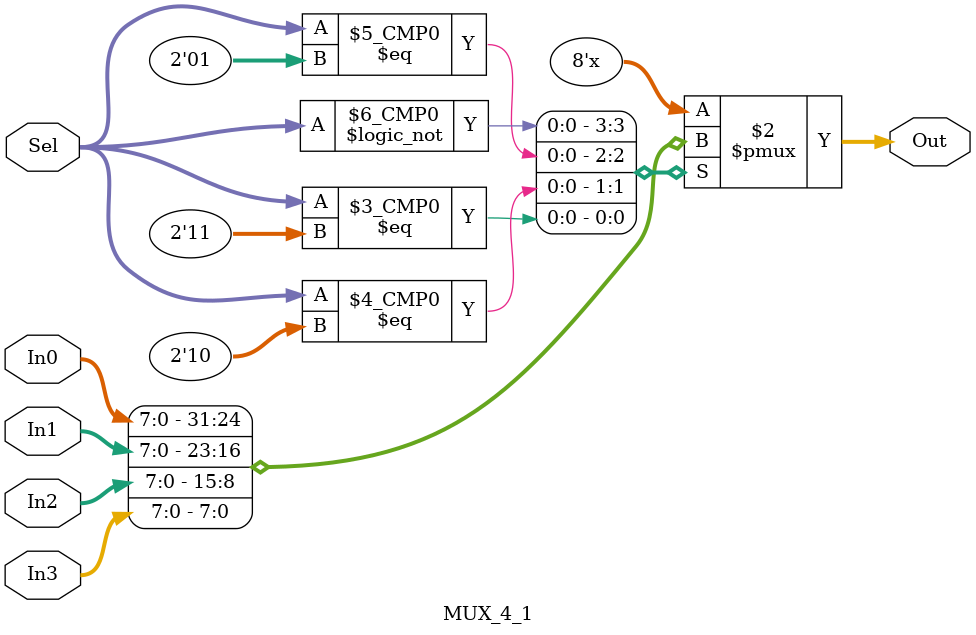
<source format=v>
`timescale 1ns / 1ps


module MUX_4_1 (
    input wire [7:0] In0,       
    input wire [7:0] In1,       
    input wire [7:0] In2,       
    input wire [7:0] In3,       
    input wire [1:0] Sel,       
    output reg [7:0] Out        
);

    always @(*) begin
        case (Sel)
            2'b00: Out = In0;
            2'b01: Out = In1;
            2'b10: Out = In2;
            2'b11: Out = In3;
            default: Out = 8'd0;
        endcase
    end

endmodule

</source>
